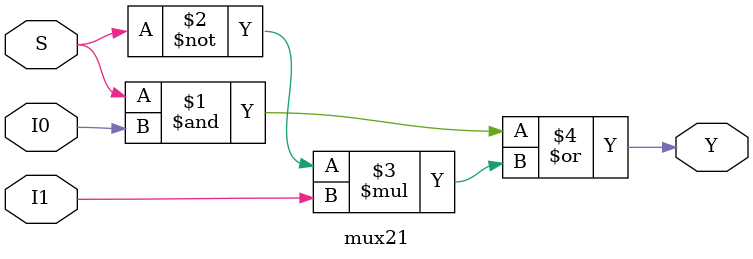
<source format=v>
module mux21(I0,I1,S,Y);
input I0,I1,S;
output Y;
assign Y = (S&I0)|((~S)*I1);
endmodule

</source>
